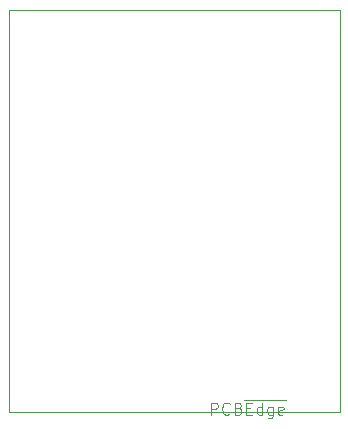
<source format=gbr>
G04 #@! TF.GenerationSoftware,KiCad,Pcbnew,(5.0.1)-3*
G04 #@! TF.CreationDate,2020-01-13T08:35:40-05:00*
G04 #@! TF.ProjectId,SmartWatch,536D61727457617463682E6B69636164,rev?*
G04 #@! TF.SameCoordinates,Original*
G04 #@! TF.FileFunction,Profile,NP*
%FSLAX46Y46*%
G04 Gerber Fmt 4.6, Leading zero omitted, Abs format (unit mm)*
G04 Created by KiCad (PCBNEW (5.0.1)-3) date 1/13/2020 8:35:40 AM*
%MOMM*%
%LPD*%
G01*
G04 APERTURE LIST*
%ADD10C,0.100000*%
%ADD11C,0.050000*%
G04 APERTURE END LIST*
D10*
X152000000Y-91000000D02*
X152000000Y-57000000D01*
X180000000Y-91000000D02*
X152000000Y-91000000D01*
X180000000Y-57000000D02*
X180000000Y-91000000D01*
X152000000Y-57000000D02*
X180000000Y-57000000D01*
G04 #@! TO.C,J1*
D11*
X169110340Y-91226100D02*
X169110340Y-90226100D01*
X169491293Y-90226100D01*
X169586531Y-90273720D01*
X169634150Y-90321339D01*
X169681769Y-90416577D01*
X169681769Y-90559434D01*
X169634150Y-90654672D01*
X169586531Y-90702291D01*
X169491293Y-90749910D01*
X169110340Y-90749910D01*
X170681769Y-91130862D02*
X170634150Y-91178481D01*
X170491293Y-91226100D01*
X170396055Y-91226100D01*
X170253198Y-91178481D01*
X170157960Y-91083243D01*
X170110340Y-90988005D01*
X170062721Y-90797529D01*
X170062721Y-90654672D01*
X170110340Y-90464196D01*
X170157960Y-90368958D01*
X170253198Y-90273720D01*
X170396055Y-90226100D01*
X170491293Y-90226100D01*
X170634150Y-90273720D01*
X170681769Y-90321339D01*
X171443674Y-90702291D02*
X171586531Y-90749910D01*
X171634150Y-90797529D01*
X171681769Y-90892767D01*
X171681769Y-91035624D01*
X171634150Y-91130862D01*
X171586531Y-91178481D01*
X171491293Y-91226100D01*
X171110340Y-91226100D01*
X171110340Y-90226100D01*
X171443674Y-90226100D01*
X171538912Y-90273720D01*
X171586531Y-90321339D01*
X171634150Y-90416577D01*
X171634150Y-90511815D01*
X171586531Y-90607053D01*
X171538912Y-90654672D01*
X171443674Y-90702291D01*
X171110340Y-90702291D01*
X171872245Y-89988720D02*
X172777007Y-89988720D01*
X172110340Y-90702291D02*
X172443674Y-90702291D01*
X172586531Y-91226100D02*
X172110340Y-91226100D01*
X172110340Y-90226100D01*
X172586531Y-90226100D01*
X172777007Y-89988720D02*
X173681769Y-89988720D01*
X173443674Y-91226100D02*
X173443674Y-90226100D01*
X173443674Y-91178481D02*
X173348436Y-91226100D01*
X173157960Y-91226100D01*
X173062721Y-91178481D01*
X173015102Y-91130862D01*
X172967483Y-91035624D01*
X172967483Y-90749910D01*
X173015102Y-90654672D01*
X173062721Y-90607053D01*
X173157960Y-90559434D01*
X173348436Y-90559434D01*
X173443674Y-90607053D01*
X173681769Y-89988720D02*
X174586531Y-89988720D01*
X174348436Y-90559434D02*
X174348436Y-91368958D01*
X174300817Y-91464196D01*
X174253198Y-91511815D01*
X174157960Y-91559434D01*
X174015102Y-91559434D01*
X173919864Y-91511815D01*
X174348436Y-91178481D02*
X174253198Y-91226100D01*
X174062721Y-91226100D01*
X173967483Y-91178481D01*
X173919864Y-91130862D01*
X173872245Y-91035624D01*
X173872245Y-90749910D01*
X173919864Y-90654672D01*
X173967483Y-90607053D01*
X174062721Y-90559434D01*
X174253198Y-90559434D01*
X174348436Y-90607053D01*
X174586531Y-89988720D02*
X175443674Y-89988720D01*
X175205579Y-91178481D02*
X175110340Y-91226100D01*
X174919864Y-91226100D01*
X174824626Y-91178481D01*
X174777007Y-91083243D01*
X174777007Y-90702291D01*
X174824626Y-90607053D01*
X174919864Y-90559434D01*
X175110340Y-90559434D01*
X175205579Y-90607053D01*
X175253198Y-90702291D01*
X175253198Y-90797529D01*
X174777007Y-90892767D01*
G04 #@! TD*
M02*

</source>
